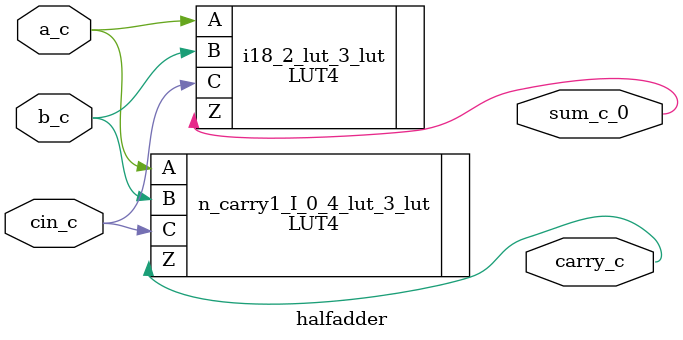
<source format=v>

module fulladd (a, b, cin, sum, carry) /* synthesis syn_module_defined=1 */ ;   // c:/fpgaprojects/fulladder/fulladder.v(1[8:15])
    input a;   // c:/fpgaprojects/fulladder/fulladder.v(2[8:9])
    input b;   // c:/fpgaprojects/fulladder/fulladder.v(2[11:12])
    input cin;   // c:/fpgaprojects/fulladder/fulladder.v(2[14:17])
    output sum;   // c:/fpgaprojects/fulladder/fulladder.v(3[9:12])
    output carry;   // c:/fpgaprojects/fulladder/fulladder.v(3[14:19])
    
    
    wire a_c, b_c, cin_c, sum_c_0, carry_c, GND_net, VCC_net;
    
    VLO i43 (.Z(GND_net));
    IB cin_pad (.I(cin), .O(cin_c));   // c:/fpgaprojects/fulladder/fulladder.v(2[14:17])
    IB a_pad (.I(a), .O(a_c));   // c:/fpgaprojects/fulladder/fulladder.v(2[8:9])
    OB sum_pad (.I(sum_c_0), .O(sum));   // c:/fpgaprojects/fulladder/fulladder.v(3[9:12])
    IB b_pad (.I(b), .O(b_c));   // c:/fpgaprojects/fulladder/fulladder.v(2[11:12])
    GSR GSR_INST (.GSR(VCC_net));
    OB carry_pad (.I(carry_c), .O(carry));   // c:/fpgaprojects/fulladder/fulladder.v(3[14:19])
    PUR PUR_INST (.PUR(VCC_net));
    defparam PUR_INST.RST_PULSE = 1;
    halfadder U1 (.a_c(a_c), .b_c(b_c), .cin_c(cin_c), .sum_c_0(sum_c_0), 
            .carry_c(carry_c)) /* synthesis syn_module_defined=1 */ ;   // c:/fpgaprojects/fulladder/fulladder.v(6[12:59])
    VHI i44 (.Z(VCC_net));
    
endmodule
//
// Verilog Description of module PUR
// module not written out since it is a black-box. 
//

//
// Verilog Description of module halfadder
//

module halfadder (a_c, b_c, cin_c, sum_c_0, carry_c) /* synthesis syn_module_defined=1 */ ;
    input a_c;
    input b_c;
    input cin_c;
    output sum_c_0;
    output carry_c;
    
    
    LUT4 i18_2_lut_3_lut (.A(a_c), .B(b_c), .C(cin_c), .Z(sum_c_0)) /* synthesis lut_function=(A (B (C)+!B !(C))+!A !(B (C)+!B !(C))) */ ;
    defparam i18_2_lut_3_lut.init = 16'h9696;
    LUT4 n_carry1_I_0_4_lut_3_lut (.A(a_c), .B(b_c), .C(cin_c), .Z(carry_c)) /* synthesis lut_function=(A (B+(C))+!A (B (C))) */ ;
    defparam n_carry1_I_0_4_lut_3_lut.init = 16'he8e8;
    
endmodule

</source>
